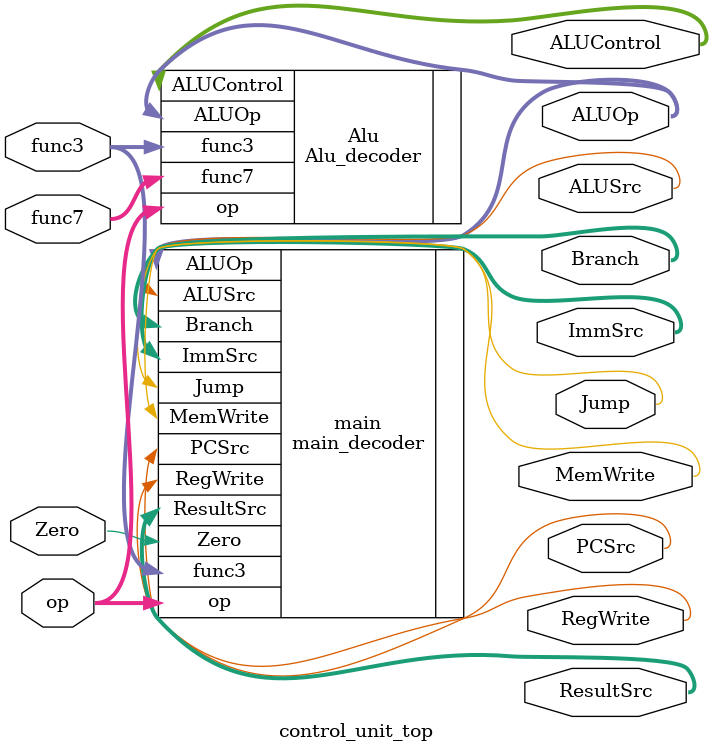
<source format=v>
`include "main_decoder.v"
`include "Alu_decoder.v"


module control_unit_top(op,RegWrite,MemWrite,ResultSrc,ALUSrc,Branch,ImmSrc,func3,func7,ALUOp,ALUControl,PCSrc,Jump,Zero);

    input [6:0]op,func7;
    input Zero;
    input [2:0]func3;
    output RegWrite,ALUSrc,MemWrite,PCSrc,Jump;
    output [1:0]ImmSrc,ALUOp,ResultSrc;
    output [2:0]ALUControl;
    output [5:0] Branch;

    wire [1:0] ALUOp;

    main_decoder main (
                    .op(op),
                    .Zero(Zero),
                    .RegWrite(RegWrite),
                    .MemWrite(MemWrite),
                    .ResultSrc(ResultSrc),
                    .ALUSrc(ALUSrc), 
                    .ImmSrc(ImmSrc),
                    .ALUOp(ALUOp), 
                    .Branch(Branch),
                    .PCSrc(PCSrc),
                    .Jump(Jump),
                    .func3(func3)
    );

    Alu_decoder Alu(
                    .func3(func3),
                    .func7(func7),
                    .ALUOp(ALUOp),
                    .ALUControl(ALUControl),
                    .op(op)
             
    );

endmodule

</source>
